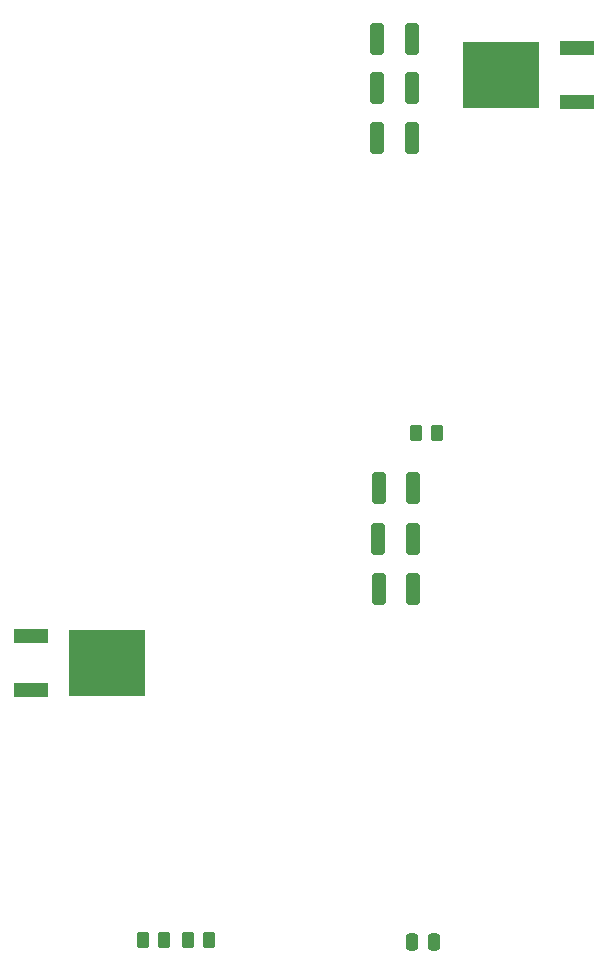
<source format=gbp>
G04 #@! TF.GenerationSoftware,KiCad,Pcbnew,8.0.1*
G04 #@! TF.CreationDate,2024-04-15T13:35:02-05:00*
G04 #@! TF.ProjectId,Power-Secondary,506f7765-722d-4536-9563-6f6e64617279,rev?*
G04 #@! TF.SameCoordinates,Original*
G04 #@! TF.FileFunction,Paste,Bot*
G04 #@! TF.FilePolarity,Positive*
%FSLAX46Y46*%
G04 Gerber Fmt 4.6, Leading zero omitted, Abs format (unit mm)*
G04 Created by KiCad (PCBNEW 8.0.1) date 2024-04-15 13:35:02*
%MOMM*%
%LPD*%
G01*
G04 APERTURE LIST*
G04 Aperture macros list*
%AMRoundRect*
0 Rectangle with rounded corners*
0 $1 Rounding radius*
0 $2 $3 $4 $5 $6 $7 $8 $9 X,Y pos of 4 corners*
0 Add a 4 corners polygon primitive as box body*
4,1,4,$2,$3,$4,$5,$6,$7,$8,$9,$2,$3,0*
0 Add four circle primitives for the rounded corners*
1,1,$1+$1,$2,$3*
1,1,$1+$1,$4,$5*
1,1,$1+$1,$6,$7*
1,1,$1+$1,$8,$9*
0 Add four rect primitives between the rounded corners*
20,1,$1+$1,$2,$3,$4,$5,0*
20,1,$1+$1,$4,$5,$6,$7,0*
20,1,$1+$1,$6,$7,$8,$9,0*
20,1,$1+$1,$8,$9,$2,$3,0*%
G04 Aperture macros list end*
%ADD10RoundRect,0.250000X-0.325000X-1.100000X0.325000X-1.100000X0.325000X1.100000X-0.325000X1.100000X0*%
%ADD11RoundRect,0.250000X0.262500X0.450000X-0.262500X0.450000X-0.262500X-0.450000X0.262500X-0.450000X0*%
%ADD12RoundRect,0.250000X0.250000X0.475000X-0.250000X0.475000X-0.250000X-0.475000X0.250000X-0.475000X0*%
%ADD13RoundRect,0.250000X-0.262500X-0.450000X0.262500X-0.450000X0.262500X0.450000X-0.262500X0.450000X0*%
%ADD14R,2.850000X1.250000*%
%ADD15R,6.500000X5.550000*%
G04 APERTURE END LIST*
D10*
X197850000Y-78400000D03*
X200800000Y-78400000D03*
X197850000Y-87000000D03*
X200800000Y-87000000D03*
D11*
X183512500Y-116700000D03*
X181687500Y-116700000D03*
D12*
X202550000Y-116900000D03*
X200650000Y-116900000D03*
D13*
X201000000Y-73800000D03*
X202825000Y-73800000D03*
D10*
X197825000Y-82750000D03*
X200775000Y-82750000D03*
X197750000Y-48800000D03*
X200700000Y-48800000D03*
D14*
X168450000Y-95530000D03*
D15*
X174850000Y-93250000D03*
D14*
X168450000Y-90970000D03*
X214625000Y-41220000D03*
D15*
X208225000Y-43500000D03*
D14*
X214625000Y-45780000D03*
D10*
X197725000Y-40400000D03*
X200675000Y-40400000D03*
D11*
X179700000Y-116690000D03*
X177875000Y-116690000D03*
D10*
X197750000Y-44600000D03*
X200700000Y-44600000D03*
M02*

</source>
